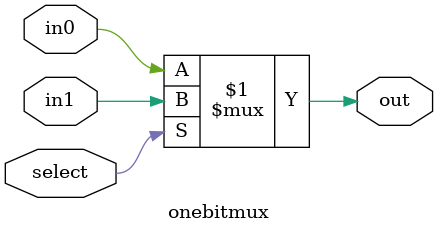
<source format=v>
module onebitmux(out, select, in0, in1);
    input select;
    input in0, in1;
    output out;
    assign out = select ? in1 : in0;
endmodule
</source>
